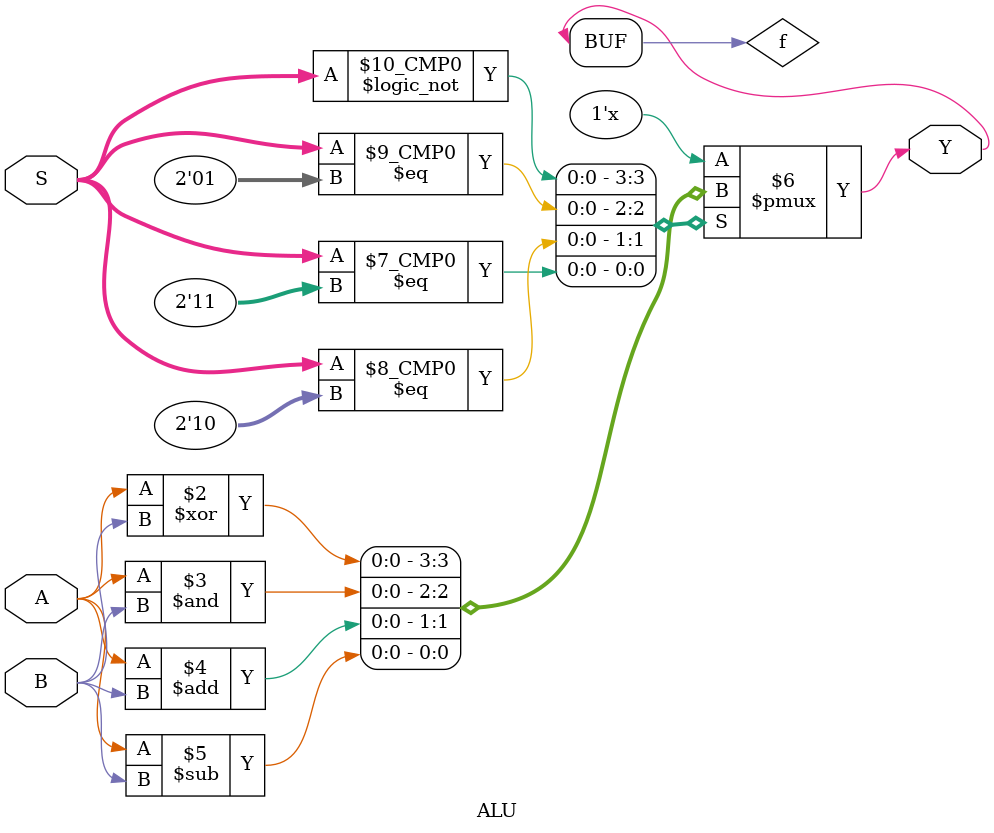
<source format=sv>
module ALU
(
  input wire A,
  input wire B,
  input wire [1:0] S,
  output wire Y
);

  logic f;
  
  always_comb
  begin
    case (S)
      2'b00 : f = A ^ B;
      2'b01 : f = A & B;
      2'b10 : f = A + B;
      2'b11 : f = A - B;
    endcase
  end
  
  assign Y = f;


endmodule
</source>
